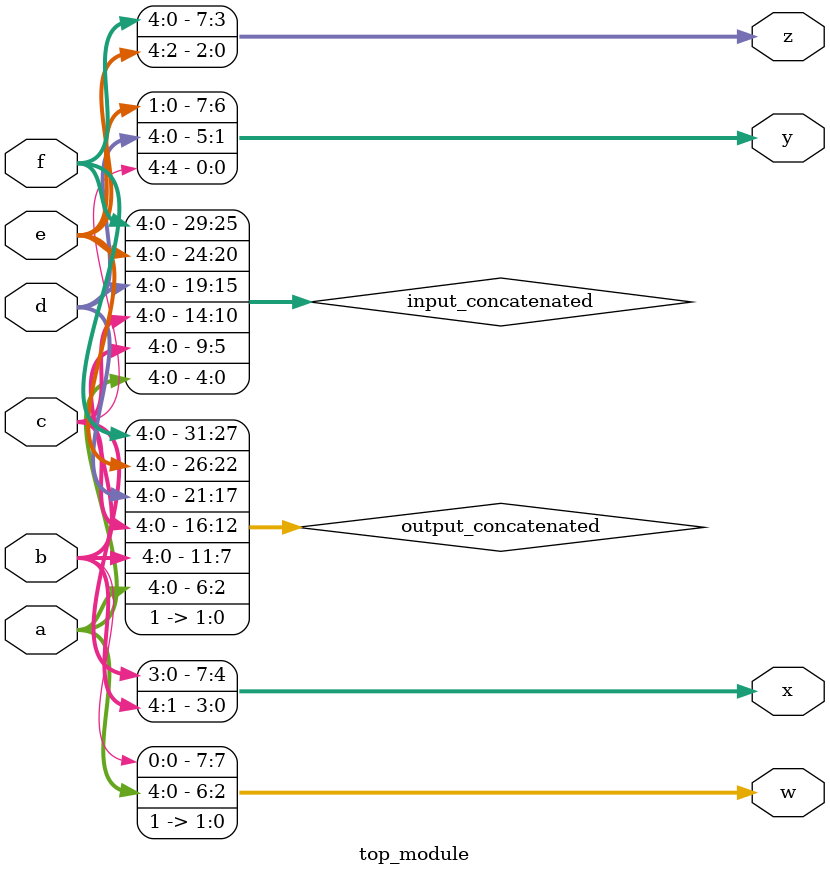
<source format=sv>
module top_module (
	input [4:0] a,
	input [4:0] b,
	input [4:0] c,
	input [4:0] d,
	input [4:0] e,
	input [4:0] f,
	output [7:0] w,
	output [7:0] x,
	output [7:0] y,
	output [7:0] z
);
	
	wire [29:0] input_concatenated;
	assign input_concatenated = {f, e, d, c, b, a}; 
	
	wire [31:0] output_concatenated;
	assign output_concatenated = {input_concatenated, 2'b11};
	
	assign w = output_concatenated[7:0];
	assign x = output_concatenated[15:8];
	assign y = output_concatenated[23:16];
	assign z = output_concatenated[31:24];
	
endmodule

</source>
